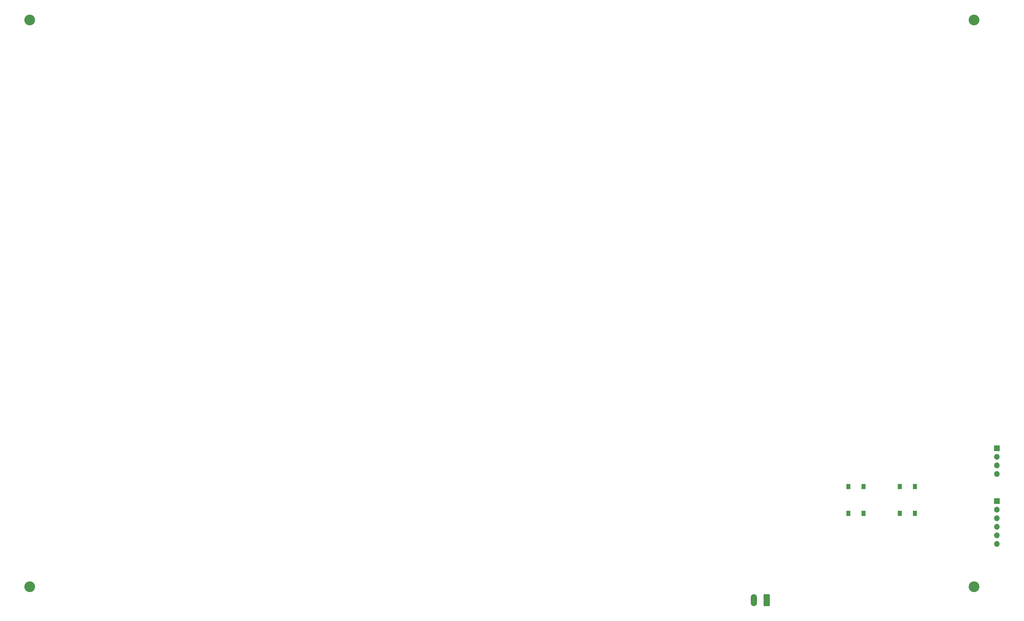
<source format=gbr>
%TF.GenerationSoftware,KiCad,Pcbnew,7.0.1*%
%TF.CreationDate,2023-09-17T14:31:18-07:00*%
%TF.ProjectId,vancouver-skytrain-pcb,76616e63-6f75-4766-9572-2d736b797472,rev?*%
%TF.SameCoordinates,Original*%
%TF.FileFunction,Soldermask,Bot*%
%TF.FilePolarity,Negative*%
%FSLAX46Y46*%
G04 Gerber Fmt 4.6, Leading zero omitted, Abs format (unit mm)*
G04 Created by KiCad (PCBNEW 7.0.1) date 2023-09-17 14:31:18*
%MOMM*%
%LPD*%
G01*
G04 APERTURE LIST*
G04 Aperture macros list*
%AMRoundRect*
0 Rectangle with rounded corners*
0 $1 Rounding radius*
0 $2 $3 $4 $5 $6 $7 $8 $9 X,Y pos of 4 corners*
0 Add a 4 corners polygon primitive as box body*
4,1,4,$2,$3,$4,$5,$6,$7,$8,$9,$2,$3,0*
0 Add four circle primitives for the rounded corners*
1,1,$1+$1,$2,$3*
1,1,$1+$1,$4,$5*
1,1,$1+$1,$6,$7*
1,1,$1+$1,$8,$9*
0 Add four rect primitives between the rounded corners*
20,1,$1+$1,$2,$3,$4,$5,0*
20,1,$1+$1,$4,$5,$6,$7,0*
20,1,$1+$1,$6,$7,$8,$9,0*
20,1,$1+$1,$8,$9,$2,$3,0*%
G04 Aperture macros list end*
%ADD10C,3.200000*%
%ADD11R,1.700000X1.700000*%
%ADD12O,1.700000X1.700000*%
%ADD13RoundRect,0.250000X0.650000X1.550000X-0.650000X1.550000X-0.650000X-1.550000X0.650000X-1.550000X0*%
%ADD14O,1.800000X3.600000*%
%ADD15R,1.300000X1.550000*%
G04 APERTURE END LIST*
D10*
%TO.C,H2*%
X302000000Y-22000000D03*
%TD*%
%TO.C,H3*%
X302000000Y-190000000D03*
%TD*%
D11*
%TO.C,J1*%
X308750000Y-148950000D03*
D12*
X308750000Y-151490000D03*
X308750000Y-154030000D03*
X308750000Y-156570000D03*
%TD*%
D11*
%TO.C,J3_PROGRAMING_PIN1*%
X308750000Y-164650000D03*
D12*
X308750000Y-167190000D03*
X308750000Y-169730000D03*
X308750000Y-172270000D03*
X308750000Y-174810000D03*
X308750000Y-177350000D03*
%TD*%
D10*
%TO.C,H4*%
X22000000Y-190000000D03*
%TD*%
%TO.C,H1*%
X22000000Y-22000000D03*
%TD*%
D13*
%TO.C,J2_POWER_IN1*%
X240500000Y-194000000D03*
D14*
X236690000Y-194000000D03*
%TD*%
D15*
%TO.C,SW_BOOTLOAD1*%
X264740000Y-160275000D03*
X264740000Y-168225000D03*
X269240000Y-160275000D03*
X269240000Y-168225000D03*
%TD*%
%TO.C,SW_RESET1*%
X284480000Y-168225000D03*
X284480000Y-160275000D03*
X279980000Y-168225000D03*
X279980000Y-160275000D03*
%TD*%
M02*

</source>
